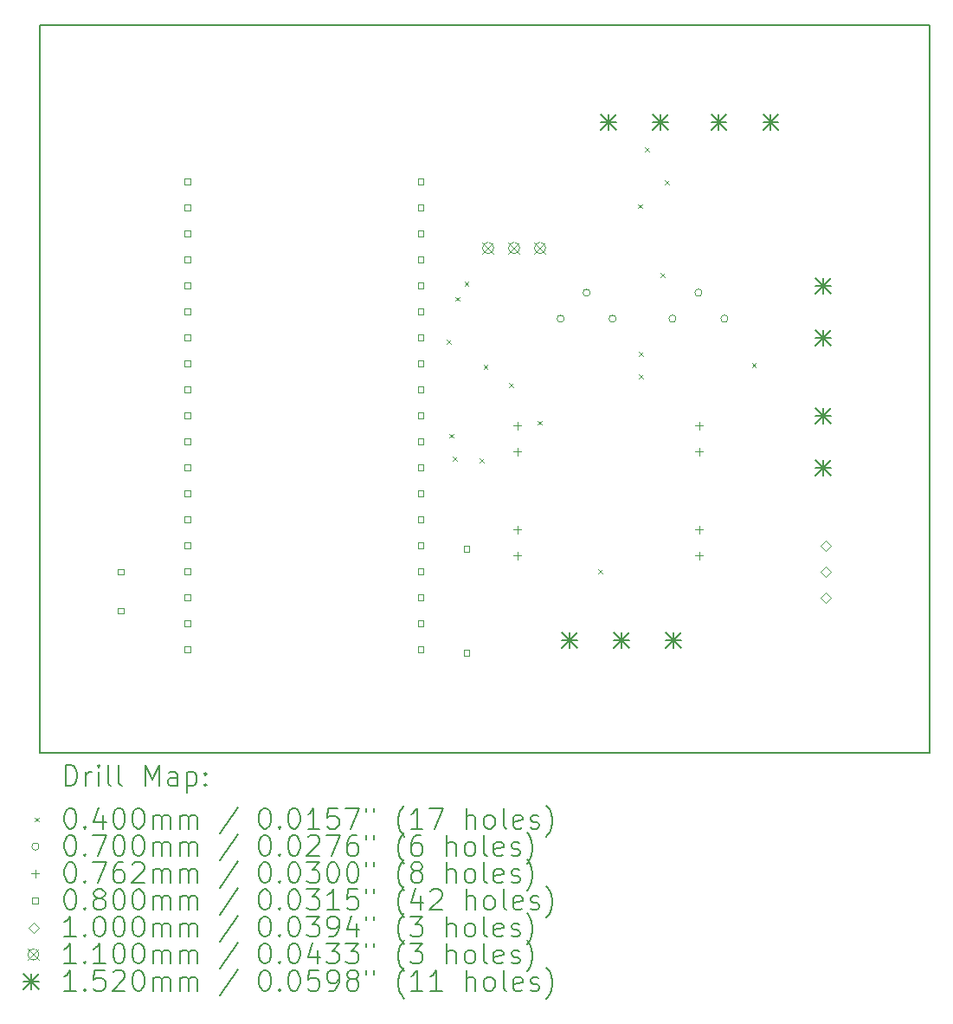
<source format=gbr>
%FSLAX45Y45*%
G04 Gerber Fmt 4.5, Leading zero omitted, Abs format (unit mm)*
G04 Created by KiCad (PCBNEW (6.0.5-0)) date 2022-09-06 15:59:47*
%MOMM*%
%LPD*%
G01*
G04 APERTURE LIST*
%TA.AperFunction,Profile*%
%ADD10C,0.200000*%
%TD*%
%ADD11C,0.200000*%
%ADD12C,0.040000*%
%ADD13C,0.070000*%
%ADD14C,0.076200*%
%ADD15C,0.080000*%
%ADD16C,0.100000*%
%ADD17C,0.110000*%
%ADD18C,0.152000*%
G04 APERTURE END LIST*
D10*
X5800000Y-4566920D02*
X14503400Y-4566920D01*
X14503400Y-4566920D02*
X14503400Y-11678920D01*
X14503400Y-11678920D02*
X5800000Y-11678920D01*
X5800000Y-11678920D02*
X5800000Y-4566920D01*
D11*
D12*
X9776780Y-7643180D02*
X9816780Y-7683180D01*
X9816780Y-7643180D02*
X9776780Y-7683180D01*
X9804720Y-8560120D02*
X9844720Y-8600120D01*
X9844720Y-8560120D02*
X9804720Y-8600120D01*
X9837740Y-8786180D02*
X9877740Y-8826180D01*
X9877740Y-8786180D02*
X9837740Y-8826180D01*
X9865680Y-7221540D02*
X9905680Y-7261540D01*
X9905680Y-7221540D02*
X9865680Y-7261540D01*
X9952040Y-7074220D02*
X9992040Y-7114220D01*
X9992040Y-7074220D02*
X9952040Y-7114220D01*
X10101900Y-8801420D02*
X10141900Y-8841420D01*
X10141900Y-8801420D02*
X10101900Y-8841420D01*
X10137460Y-7887020D02*
X10177460Y-7927020D01*
X10177460Y-7887020D02*
X10137460Y-7927020D01*
X10386380Y-8061030D02*
X10426380Y-8101030D01*
X10426380Y-8061030D02*
X10386380Y-8101030D01*
X10665780Y-8433120D02*
X10705780Y-8473120D01*
X10705780Y-8433120D02*
X10665780Y-8473120D01*
X11262680Y-9886000D02*
X11302680Y-9926000D01*
X11302680Y-9886000D02*
X11262680Y-9926000D01*
X11648760Y-6314760D02*
X11688760Y-6354760D01*
X11688760Y-6314760D02*
X11648760Y-6354760D01*
X11656380Y-7760020D02*
X11696380Y-7800020D01*
X11696380Y-7760020D02*
X11656380Y-7800020D01*
X11658920Y-7977170D02*
X11698920Y-8017170D01*
X11698920Y-7977170D02*
X11658920Y-8017170D01*
X11714800Y-5758500D02*
X11754800Y-5798500D01*
X11754800Y-5758500D02*
X11714800Y-5798500D01*
X11867200Y-6987860D02*
X11907200Y-7027860D01*
X11907200Y-6987860D02*
X11867200Y-7027860D01*
X11912920Y-6081080D02*
X11952920Y-6121080D01*
X11952920Y-6081080D02*
X11912920Y-6121080D01*
X12763820Y-7869240D02*
X12803820Y-7909240D01*
X12803820Y-7869240D02*
X12763820Y-7909240D01*
D13*
X10926520Y-7434580D02*
G75*
G03*
X10926520Y-7434580I-35000J0D01*
G01*
X11180520Y-7180580D02*
G75*
G03*
X11180520Y-7180580I-35000J0D01*
G01*
X11434520Y-7434580D02*
G75*
G03*
X11434520Y-7434580I-35000J0D01*
G01*
X12021260Y-7434580D02*
G75*
G03*
X12021260Y-7434580I-35000J0D01*
G01*
X12275260Y-7180580D02*
G75*
G03*
X12275260Y-7180580I-35000J0D01*
G01*
X12529260Y-7434580D02*
G75*
G03*
X12529260Y-7434580I-35000J0D01*
G01*
D14*
X10469880Y-8442960D02*
X10469880Y-8519160D01*
X10431780Y-8481060D02*
X10507980Y-8481060D01*
X10469880Y-8696960D02*
X10469880Y-8773160D01*
X10431780Y-8735060D02*
X10507980Y-8735060D01*
X10469880Y-9458960D02*
X10469880Y-9535160D01*
X10431780Y-9497060D02*
X10507980Y-9497060D01*
X10469880Y-9712960D02*
X10469880Y-9789160D01*
X10431780Y-9751060D02*
X10507980Y-9751060D01*
X12247880Y-8442960D02*
X12247880Y-8519160D01*
X12209780Y-8481060D02*
X12285980Y-8481060D01*
X12247880Y-8696960D02*
X12247880Y-8773160D01*
X12209780Y-8735060D02*
X12285980Y-8735060D01*
X12247880Y-9458960D02*
X12247880Y-9535160D01*
X12209780Y-9497060D02*
X12285980Y-9497060D01*
X12247880Y-9712960D02*
X12247880Y-9789160D01*
X12209780Y-9751060D02*
X12285980Y-9751060D01*
D15*
X6617044Y-9937750D02*
X6617044Y-9881181D01*
X6560475Y-9881181D01*
X6560475Y-9937750D01*
X6617044Y-9937750D01*
X6617044Y-10317750D02*
X6617044Y-10261181D01*
X6560475Y-10261181D01*
X6560475Y-10317750D01*
X6617044Y-10317750D01*
X7267824Y-6124556D02*
X7267824Y-6067987D01*
X7211255Y-6067987D01*
X7211255Y-6124556D01*
X7267824Y-6124556D01*
X7267824Y-6378556D02*
X7267824Y-6321987D01*
X7211255Y-6321987D01*
X7211255Y-6378556D01*
X7267824Y-6378556D01*
X7267824Y-6632556D02*
X7267824Y-6575987D01*
X7211255Y-6575987D01*
X7211255Y-6632556D01*
X7267824Y-6632556D01*
X7267824Y-6886556D02*
X7267824Y-6829987D01*
X7211255Y-6829987D01*
X7211255Y-6886556D01*
X7267824Y-6886556D01*
X7267824Y-7140556D02*
X7267824Y-7083987D01*
X7211255Y-7083987D01*
X7211255Y-7140556D01*
X7267824Y-7140556D01*
X7267824Y-7394556D02*
X7267824Y-7337987D01*
X7211255Y-7337987D01*
X7211255Y-7394556D01*
X7267824Y-7394556D01*
X7267824Y-7648556D02*
X7267824Y-7591987D01*
X7211255Y-7591987D01*
X7211255Y-7648556D01*
X7267824Y-7648556D01*
X7267824Y-7902556D02*
X7267824Y-7845987D01*
X7211255Y-7845987D01*
X7211255Y-7902556D01*
X7267824Y-7902556D01*
X7267824Y-8156556D02*
X7267824Y-8099987D01*
X7211255Y-8099987D01*
X7211255Y-8156556D01*
X7267824Y-8156556D01*
X7267824Y-8410557D02*
X7267824Y-8353987D01*
X7211255Y-8353987D01*
X7211255Y-8410557D01*
X7267824Y-8410557D01*
X7267824Y-8664557D02*
X7267824Y-8607988D01*
X7211255Y-8607988D01*
X7211255Y-8664557D01*
X7267824Y-8664557D01*
X7267824Y-8918557D02*
X7267824Y-8861988D01*
X7211255Y-8861988D01*
X7211255Y-8918557D01*
X7267824Y-8918557D01*
X7267824Y-9172557D02*
X7267824Y-9115988D01*
X7211255Y-9115988D01*
X7211255Y-9172557D01*
X7267824Y-9172557D01*
X7267824Y-9426557D02*
X7267824Y-9369988D01*
X7211255Y-9369988D01*
X7211255Y-9426557D01*
X7267824Y-9426557D01*
X7267824Y-9680557D02*
X7267824Y-9623988D01*
X7211255Y-9623988D01*
X7211255Y-9680557D01*
X7267824Y-9680557D01*
X7267824Y-9934557D02*
X7267824Y-9877988D01*
X7211255Y-9877988D01*
X7211255Y-9934557D01*
X7267824Y-9934557D01*
X7267824Y-10188557D02*
X7267824Y-10131988D01*
X7211255Y-10131988D01*
X7211255Y-10188557D01*
X7267824Y-10188557D01*
X7267824Y-10442557D02*
X7267824Y-10385988D01*
X7211255Y-10385988D01*
X7211255Y-10442557D01*
X7267824Y-10442557D01*
X7267824Y-10696557D02*
X7267824Y-10639988D01*
X7211255Y-10639988D01*
X7211255Y-10696557D01*
X7267824Y-10696557D01*
X9550917Y-10442285D02*
X9550917Y-10385716D01*
X9494348Y-10385716D01*
X9494348Y-10442285D01*
X9550917Y-10442285D01*
X9550917Y-10696285D02*
X9550917Y-10639716D01*
X9494348Y-10639716D01*
X9494348Y-10696285D01*
X9550917Y-10696285D01*
X9551285Y-6124556D02*
X9551285Y-6067987D01*
X9494716Y-6067987D01*
X9494716Y-6124556D01*
X9551285Y-6124556D01*
X9551285Y-6378556D02*
X9551285Y-6321987D01*
X9494716Y-6321987D01*
X9494716Y-6378556D01*
X9551285Y-6378556D01*
X9551285Y-6632556D02*
X9551285Y-6575987D01*
X9494716Y-6575987D01*
X9494716Y-6632556D01*
X9551285Y-6632556D01*
X9551285Y-6886556D02*
X9551285Y-6829987D01*
X9494716Y-6829987D01*
X9494716Y-6886556D01*
X9551285Y-6886556D01*
X9551285Y-7140556D02*
X9551285Y-7083987D01*
X9494716Y-7083987D01*
X9494716Y-7140556D01*
X9551285Y-7140556D01*
X9551285Y-7394556D02*
X9551285Y-7337987D01*
X9494716Y-7337987D01*
X9494716Y-7394556D01*
X9551285Y-7394556D01*
X9551285Y-7648556D02*
X9551285Y-7591987D01*
X9494716Y-7591987D01*
X9494716Y-7648556D01*
X9551285Y-7648556D01*
X9551285Y-7902556D02*
X9551285Y-7845987D01*
X9494716Y-7845987D01*
X9494716Y-7902556D01*
X9551285Y-7902556D01*
X9551285Y-8156556D02*
X9551285Y-8099987D01*
X9494716Y-8099987D01*
X9494716Y-8156556D01*
X9551285Y-8156556D01*
X9551285Y-8410557D02*
X9551285Y-8353987D01*
X9494716Y-8353987D01*
X9494716Y-8410557D01*
X9551285Y-8410557D01*
X9551285Y-8664557D02*
X9551285Y-8607988D01*
X9494716Y-8607988D01*
X9494716Y-8664557D01*
X9551285Y-8664557D01*
X9551285Y-8918557D02*
X9551285Y-8861988D01*
X9494716Y-8861988D01*
X9494716Y-8918557D01*
X9551285Y-8918557D01*
X9551285Y-9172557D02*
X9551285Y-9115988D01*
X9494716Y-9115988D01*
X9494716Y-9172557D01*
X9551285Y-9172557D01*
X9551285Y-9426557D02*
X9551285Y-9369988D01*
X9494716Y-9369988D01*
X9494716Y-9426557D01*
X9551285Y-9426557D01*
X9551285Y-9680557D02*
X9551285Y-9623988D01*
X9494716Y-9623988D01*
X9494716Y-9680557D01*
X9551285Y-9680557D01*
X9551285Y-9934557D02*
X9551285Y-9877988D01*
X9494716Y-9877988D01*
X9494716Y-9934557D01*
X9551285Y-9934557D01*
X9551285Y-10188557D02*
X9551285Y-10131988D01*
X9494716Y-10131988D01*
X9494716Y-10188557D01*
X9551285Y-10188557D01*
X10000325Y-9713305D02*
X10000325Y-9656736D01*
X9943756Y-9656736D01*
X9943756Y-9713305D01*
X10000325Y-9713305D01*
X10000325Y-10729305D02*
X10000325Y-10672736D01*
X9943756Y-10672736D01*
X9943756Y-10729305D01*
X10000325Y-10729305D01*
D16*
X13484860Y-9707080D02*
X13534860Y-9657080D01*
X13484860Y-9607080D01*
X13434860Y-9657080D01*
X13484860Y-9707080D01*
X13484860Y-9961080D02*
X13534860Y-9911080D01*
X13484860Y-9861080D01*
X13434860Y-9911080D01*
X13484860Y-9961080D01*
X13484860Y-10215080D02*
X13534860Y-10165080D01*
X13484860Y-10115080D01*
X13434860Y-10165080D01*
X13484860Y-10215080D01*
D17*
X10127860Y-6689220D02*
X10237860Y-6799220D01*
X10237860Y-6689220D02*
X10127860Y-6799220D01*
X10237860Y-6744220D02*
G75*
G03*
X10237860Y-6744220I-55000J0D01*
G01*
X10381860Y-6689220D02*
X10491860Y-6799220D01*
X10491860Y-6689220D02*
X10381860Y-6799220D01*
X10491860Y-6744220D02*
G75*
G03*
X10491860Y-6744220I-55000J0D01*
G01*
X10635860Y-6689220D02*
X10745860Y-6799220D01*
X10745860Y-6689220D02*
X10635860Y-6799220D01*
X10745860Y-6744220D02*
G75*
G03*
X10745860Y-6744220I-55000J0D01*
G01*
D18*
X10901880Y-10500560D02*
X11053880Y-10652560D01*
X11053880Y-10500560D02*
X10901880Y-10652560D01*
X10977880Y-10500560D02*
X10977880Y-10652560D01*
X10901880Y-10576560D02*
X11053880Y-10576560D01*
X11287960Y-5437070D02*
X11439960Y-5589070D01*
X11439960Y-5437070D02*
X11287960Y-5589070D01*
X11363960Y-5437070D02*
X11363960Y-5589070D01*
X11287960Y-5513070D02*
X11439960Y-5513070D01*
X11409880Y-10500560D02*
X11561880Y-10652560D01*
X11561880Y-10500560D02*
X11409880Y-10652560D01*
X11485880Y-10500560D02*
X11485880Y-10652560D01*
X11409880Y-10576560D02*
X11561880Y-10576560D01*
X11795960Y-5437070D02*
X11947960Y-5589070D01*
X11947960Y-5437070D02*
X11795960Y-5589070D01*
X11871960Y-5437070D02*
X11871960Y-5589070D01*
X11795960Y-5513070D02*
X11947960Y-5513070D01*
X11917880Y-10500560D02*
X12069880Y-10652560D01*
X12069880Y-10500560D02*
X11917880Y-10652560D01*
X11993880Y-10500560D02*
X11993880Y-10652560D01*
X11917880Y-10576560D02*
X12069880Y-10576560D01*
X12363650Y-5437070D02*
X12515650Y-5589070D01*
X12515650Y-5437070D02*
X12363650Y-5589070D01*
X12439650Y-5437070D02*
X12439650Y-5589070D01*
X12363650Y-5513070D02*
X12515650Y-5513070D01*
X12871650Y-5437070D02*
X13023650Y-5589070D01*
X13023650Y-5437070D02*
X12871650Y-5589070D01*
X12947650Y-5437070D02*
X12947650Y-5589070D01*
X12871650Y-5513070D02*
X13023650Y-5513070D01*
X13386000Y-7036000D02*
X13538000Y-7188000D01*
X13538000Y-7036000D02*
X13386000Y-7188000D01*
X13462000Y-7036000D02*
X13462000Y-7188000D01*
X13386000Y-7112000D02*
X13538000Y-7112000D01*
X13386000Y-7544000D02*
X13538000Y-7696000D01*
X13538000Y-7544000D02*
X13386000Y-7696000D01*
X13462000Y-7544000D02*
X13462000Y-7696000D01*
X13386000Y-7620000D02*
X13538000Y-7620000D01*
X13386000Y-8306000D02*
X13538000Y-8458000D01*
X13538000Y-8306000D02*
X13386000Y-8458000D01*
X13462000Y-8306000D02*
X13462000Y-8458000D01*
X13386000Y-8382000D02*
X13538000Y-8382000D01*
X13386000Y-8814000D02*
X13538000Y-8966000D01*
X13538000Y-8814000D02*
X13386000Y-8966000D01*
X13462000Y-8814000D02*
X13462000Y-8966000D01*
X13386000Y-8890000D02*
X13538000Y-8890000D01*
D11*
X6047619Y-11999396D02*
X6047619Y-11799396D01*
X6095238Y-11799396D01*
X6123809Y-11808920D01*
X6142857Y-11827968D01*
X6152381Y-11847015D01*
X6161905Y-11885110D01*
X6161905Y-11913682D01*
X6152381Y-11951777D01*
X6142857Y-11970825D01*
X6123809Y-11989872D01*
X6095238Y-11999396D01*
X6047619Y-11999396D01*
X6247619Y-11999396D02*
X6247619Y-11866063D01*
X6247619Y-11904158D02*
X6257143Y-11885110D01*
X6266667Y-11875587D01*
X6285714Y-11866063D01*
X6304762Y-11866063D01*
X6371428Y-11999396D02*
X6371428Y-11866063D01*
X6371428Y-11799396D02*
X6361905Y-11808920D01*
X6371428Y-11818444D01*
X6380952Y-11808920D01*
X6371428Y-11799396D01*
X6371428Y-11818444D01*
X6495238Y-11999396D02*
X6476190Y-11989872D01*
X6466667Y-11970825D01*
X6466667Y-11799396D01*
X6600000Y-11999396D02*
X6580952Y-11989872D01*
X6571428Y-11970825D01*
X6571428Y-11799396D01*
X6828571Y-11999396D02*
X6828571Y-11799396D01*
X6895238Y-11942253D01*
X6961905Y-11799396D01*
X6961905Y-11999396D01*
X7142857Y-11999396D02*
X7142857Y-11894634D01*
X7133333Y-11875587D01*
X7114286Y-11866063D01*
X7076190Y-11866063D01*
X7057143Y-11875587D01*
X7142857Y-11989872D02*
X7123809Y-11999396D01*
X7076190Y-11999396D01*
X7057143Y-11989872D01*
X7047619Y-11970825D01*
X7047619Y-11951777D01*
X7057143Y-11932729D01*
X7076190Y-11923206D01*
X7123809Y-11923206D01*
X7142857Y-11913682D01*
X7238095Y-11866063D02*
X7238095Y-12066063D01*
X7238095Y-11875587D02*
X7257143Y-11866063D01*
X7295238Y-11866063D01*
X7314286Y-11875587D01*
X7323809Y-11885110D01*
X7333333Y-11904158D01*
X7333333Y-11961301D01*
X7323809Y-11980348D01*
X7314286Y-11989872D01*
X7295238Y-11999396D01*
X7257143Y-11999396D01*
X7238095Y-11989872D01*
X7419048Y-11980348D02*
X7428571Y-11989872D01*
X7419048Y-11999396D01*
X7409524Y-11989872D01*
X7419048Y-11980348D01*
X7419048Y-11999396D01*
X7419048Y-11875587D02*
X7428571Y-11885110D01*
X7419048Y-11894634D01*
X7409524Y-11885110D01*
X7419048Y-11875587D01*
X7419048Y-11894634D01*
D12*
X5750000Y-12308920D02*
X5790000Y-12348920D01*
X5790000Y-12308920D02*
X5750000Y-12348920D01*
D11*
X6085714Y-12219396D02*
X6104762Y-12219396D01*
X6123809Y-12228920D01*
X6133333Y-12238444D01*
X6142857Y-12257491D01*
X6152381Y-12295587D01*
X6152381Y-12343206D01*
X6142857Y-12381301D01*
X6133333Y-12400348D01*
X6123809Y-12409872D01*
X6104762Y-12419396D01*
X6085714Y-12419396D01*
X6066667Y-12409872D01*
X6057143Y-12400348D01*
X6047619Y-12381301D01*
X6038095Y-12343206D01*
X6038095Y-12295587D01*
X6047619Y-12257491D01*
X6057143Y-12238444D01*
X6066667Y-12228920D01*
X6085714Y-12219396D01*
X6238095Y-12400348D02*
X6247619Y-12409872D01*
X6238095Y-12419396D01*
X6228571Y-12409872D01*
X6238095Y-12400348D01*
X6238095Y-12419396D01*
X6419048Y-12286063D02*
X6419048Y-12419396D01*
X6371428Y-12209872D02*
X6323809Y-12352729D01*
X6447619Y-12352729D01*
X6561905Y-12219396D02*
X6580952Y-12219396D01*
X6600000Y-12228920D01*
X6609524Y-12238444D01*
X6619048Y-12257491D01*
X6628571Y-12295587D01*
X6628571Y-12343206D01*
X6619048Y-12381301D01*
X6609524Y-12400348D01*
X6600000Y-12409872D01*
X6580952Y-12419396D01*
X6561905Y-12419396D01*
X6542857Y-12409872D01*
X6533333Y-12400348D01*
X6523809Y-12381301D01*
X6514286Y-12343206D01*
X6514286Y-12295587D01*
X6523809Y-12257491D01*
X6533333Y-12238444D01*
X6542857Y-12228920D01*
X6561905Y-12219396D01*
X6752381Y-12219396D02*
X6771428Y-12219396D01*
X6790476Y-12228920D01*
X6800000Y-12238444D01*
X6809524Y-12257491D01*
X6819048Y-12295587D01*
X6819048Y-12343206D01*
X6809524Y-12381301D01*
X6800000Y-12400348D01*
X6790476Y-12409872D01*
X6771428Y-12419396D01*
X6752381Y-12419396D01*
X6733333Y-12409872D01*
X6723809Y-12400348D01*
X6714286Y-12381301D01*
X6704762Y-12343206D01*
X6704762Y-12295587D01*
X6714286Y-12257491D01*
X6723809Y-12238444D01*
X6733333Y-12228920D01*
X6752381Y-12219396D01*
X6904762Y-12419396D02*
X6904762Y-12286063D01*
X6904762Y-12305110D02*
X6914286Y-12295587D01*
X6933333Y-12286063D01*
X6961905Y-12286063D01*
X6980952Y-12295587D01*
X6990476Y-12314634D01*
X6990476Y-12419396D01*
X6990476Y-12314634D02*
X7000000Y-12295587D01*
X7019048Y-12286063D01*
X7047619Y-12286063D01*
X7066667Y-12295587D01*
X7076190Y-12314634D01*
X7076190Y-12419396D01*
X7171428Y-12419396D02*
X7171428Y-12286063D01*
X7171428Y-12305110D02*
X7180952Y-12295587D01*
X7200000Y-12286063D01*
X7228571Y-12286063D01*
X7247619Y-12295587D01*
X7257143Y-12314634D01*
X7257143Y-12419396D01*
X7257143Y-12314634D02*
X7266667Y-12295587D01*
X7285714Y-12286063D01*
X7314286Y-12286063D01*
X7333333Y-12295587D01*
X7342857Y-12314634D01*
X7342857Y-12419396D01*
X7733333Y-12209872D02*
X7561905Y-12467015D01*
X7990476Y-12219396D02*
X8009524Y-12219396D01*
X8028571Y-12228920D01*
X8038095Y-12238444D01*
X8047619Y-12257491D01*
X8057143Y-12295587D01*
X8057143Y-12343206D01*
X8047619Y-12381301D01*
X8038095Y-12400348D01*
X8028571Y-12409872D01*
X8009524Y-12419396D01*
X7990476Y-12419396D01*
X7971428Y-12409872D01*
X7961905Y-12400348D01*
X7952381Y-12381301D01*
X7942857Y-12343206D01*
X7942857Y-12295587D01*
X7952381Y-12257491D01*
X7961905Y-12238444D01*
X7971428Y-12228920D01*
X7990476Y-12219396D01*
X8142857Y-12400348D02*
X8152381Y-12409872D01*
X8142857Y-12419396D01*
X8133333Y-12409872D01*
X8142857Y-12400348D01*
X8142857Y-12419396D01*
X8276190Y-12219396D02*
X8295238Y-12219396D01*
X8314286Y-12228920D01*
X8323809Y-12238444D01*
X8333333Y-12257491D01*
X8342857Y-12295587D01*
X8342857Y-12343206D01*
X8333333Y-12381301D01*
X8323809Y-12400348D01*
X8314286Y-12409872D01*
X8295238Y-12419396D01*
X8276190Y-12419396D01*
X8257143Y-12409872D01*
X8247619Y-12400348D01*
X8238095Y-12381301D01*
X8228571Y-12343206D01*
X8228571Y-12295587D01*
X8238095Y-12257491D01*
X8247619Y-12238444D01*
X8257143Y-12228920D01*
X8276190Y-12219396D01*
X8533333Y-12419396D02*
X8419048Y-12419396D01*
X8476190Y-12419396D02*
X8476190Y-12219396D01*
X8457143Y-12247968D01*
X8438095Y-12267015D01*
X8419048Y-12276539D01*
X8714286Y-12219396D02*
X8619048Y-12219396D01*
X8609524Y-12314634D01*
X8619048Y-12305110D01*
X8638095Y-12295587D01*
X8685714Y-12295587D01*
X8704762Y-12305110D01*
X8714286Y-12314634D01*
X8723810Y-12333682D01*
X8723810Y-12381301D01*
X8714286Y-12400348D01*
X8704762Y-12409872D01*
X8685714Y-12419396D01*
X8638095Y-12419396D01*
X8619048Y-12409872D01*
X8609524Y-12400348D01*
X8790476Y-12219396D02*
X8923810Y-12219396D01*
X8838095Y-12419396D01*
X8990476Y-12219396D02*
X8990476Y-12257491D01*
X9066667Y-12219396D02*
X9066667Y-12257491D01*
X9361905Y-12495587D02*
X9352381Y-12486063D01*
X9333333Y-12457491D01*
X9323810Y-12438444D01*
X9314286Y-12409872D01*
X9304762Y-12362253D01*
X9304762Y-12324158D01*
X9314286Y-12276539D01*
X9323810Y-12247968D01*
X9333333Y-12228920D01*
X9352381Y-12200348D01*
X9361905Y-12190825D01*
X9542857Y-12419396D02*
X9428571Y-12419396D01*
X9485714Y-12419396D02*
X9485714Y-12219396D01*
X9466667Y-12247968D01*
X9447619Y-12267015D01*
X9428571Y-12276539D01*
X9609524Y-12219396D02*
X9742857Y-12219396D01*
X9657143Y-12419396D01*
X9971429Y-12419396D02*
X9971429Y-12219396D01*
X10057143Y-12419396D02*
X10057143Y-12314634D01*
X10047619Y-12295587D01*
X10028571Y-12286063D01*
X10000000Y-12286063D01*
X9980952Y-12295587D01*
X9971429Y-12305110D01*
X10180952Y-12419396D02*
X10161905Y-12409872D01*
X10152381Y-12400348D01*
X10142857Y-12381301D01*
X10142857Y-12324158D01*
X10152381Y-12305110D01*
X10161905Y-12295587D01*
X10180952Y-12286063D01*
X10209524Y-12286063D01*
X10228571Y-12295587D01*
X10238095Y-12305110D01*
X10247619Y-12324158D01*
X10247619Y-12381301D01*
X10238095Y-12400348D01*
X10228571Y-12409872D01*
X10209524Y-12419396D01*
X10180952Y-12419396D01*
X10361905Y-12419396D02*
X10342857Y-12409872D01*
X10333333Y-12390825D01*
X10333333Y-12219396D01*
X10514286Y-12409872D02*
X10495238Y-12419396D01*
X10457143Y-12419396D01*
X10438095Y-12409872D01*
X10428571Y-12390825D01*
X10428571Y-12314634D01*
X10438095Y-12295587D01*
X10457143Y-12286063D01*
X10495238Y-12286063D01*
X10514286Y-12295587D01*
X10523810Y-12314634D01*
X10523810Y-12333682D01*
X10428571Y-12352729D01*
X10600000Y-12409872D02*
X10619048Y-12419396D01*
X10657143Y-12419396D01*
X10676190Y-12409872D01*
X10685714Y-12390825D01*
X10685714Y-12381301D01*
X10676190Y-12362253D01*
X10657143Y-12352729D01*
X10628571Y-12352729D01*
X10609524Y-12343206D01*
X10600000Y-12324158D01*
X10600000Y-12314634D01*
X10609524Y-12295587D01*
X10628571Y-12286063D01*
X10657143Y-12286063D01*
X10676190Y-12295587D01*
X10752381Y-12495587D02*
X10761905Y-12486063D01*
X10780952Y-12457491D01*
X10790476Y-12438444D01*
X10800000Y-12409872D01*
X10809524Y-12362253D01*
X10809524Y-12324158D01*
X10800000Y-12276539D01*
X10790476Y-12247968D01*
X10780952Y-12228920D01*
X10761905Y-12200348D01*
X10752381Y-12190825D01*
D13*
X5790000Y-12592920D02*
G75*
G03*
X5790000Y-12592920I-35000J0D01*
G01*
D11*
X6085714Y-12483396D02*
X6104762Y-12483396D01*
X6123809Y-12492920D01*
X6133333Y-12502444D01*
X6142857Y-12521491D01*
X6152381Y-12559587D01*
X6152381Y-12607206D01*
X6142857Y-12645301D01*
X6133333Y-12664348D01*
X6123809Y-12673872D01*
X6104762Y-12683396D01*
X6085714Y-12683396D01*
X6066667Y-12673872D01*
X6057143Y-12664348D01*
X6047619Y-12645301D01*
X6038095Y-12607206D01*
X6038095Y-12559587D01*
X6047619Y-12521491D01*
X6057143Y-12502444D01*
X6066667Y-12492920D01*
X6085714Y-12483396D01*
X6238095Y-12664348D02*
X6247619Y-12673872D01*
X6238095Y-12683396D01*
X6228571Y-12673872D01*
X6238095Y-12664348D01*
X6238095Y-12683396D01*
X6314286Y-12483396D02*
X6447619Y-12483396D01*
X6361905Y-12683396D01*
X6561905Y-12483396D02*
X6580952Y-12483396D01*
X6600000Y-12492920D01*
X6609524Y-12502444D01*
X6619048Y-12521491D01*
X6628571Y-12559587D01*
X6628571Y-12607206D01*
X6619048Y-12645301D01*
X6609524Y-12664348D01*
X6600000Y-12673872D01*
X6580952Y-12683396D01*
X6561905Y-12683396D01*
X6542857Y-12673872D01*
X6533333Y-12664348D01*
X6523809Y-12645301D01*
X6514286Y-12607206D01*
X6514286Y-12559587D01*
X6523809Y-12521491D01*
X6533333Y-12502444D01*
X6542857Y-12492920D01*
X6561905Y-12483396D01*
X6752381Y-12483396D02*
X6771428Y-12483396D01*
X6790476Y-12492920D01*
X6800000Y-12502444D01*
X6809524Y-12521491D01*
X6819048Y-12559587D01*
X6819048Y-12607206D01*
X6809524Y-12645301D01*
X6800000Y-12664348D01*
X6790476Y-12673872D01*
X6771428Y-12683396D01*
X6752381Y-12683396D01*
X6733333Y-12673872D01*
X6723809Y-12664348D01*
X6714286Y-12645301D01*
X6704762Y-12607206D01*
X6704762Y-12559587D01*
X6714286Y-12521491D01*
X6723809Y-12502444D01*
X6733333Y-12492920D01*
X6752381Y-12483396D01*
X6904762Y-12683396D02*
X6904762Y-12550063D01*
X6904762Y-12569110D02*
X6914286Y-12559587D01*
X6933333Y-12550063D01*
X6961905Y-12550063D01*
X6980952Y-12559587D01*
X6990476Y-12578634D01*
X6990476Y-12683396D01*
X6990476Y-12578634D02*
X7000000Y-12559587D01*
X7019048Y-12550063D01*
X7047619Y-12550063D01*
X7066667Y-12559587D01*
X7076190Y-12578634D01*
X7076190Y-12683396D01*
X7171428Y-12683396D02*
X7171428Y-12550063D01*
X7171428Y-12569110D02*
X7180952Y-12559587D01*
X7200000Y-12550063D01*
X7228571Y-12550063D01*
X7247619Y-12559587D01*
X7257143Y-12578634D01*
X7257143Y-12683396D01*
X7257143Y-12578634D02*
X7266667Y-12559587D01*
X7285714Y-12550063D01*
X7314286Y-12550063D01*
X7333333Y-12559587D01*
X7342857Y-12578634D01*
X7342857Y-12683396D01*
X7733333Y-12473872D02*
X7561905Y-12731015D01*
X7990476Y-12483396D02*
X8009524Y-12483396D01*
X8028571Y-12492920D01*
X8038095Y-12502444D01*
X8047619Y-12521491D01*
X8057143Y-12559587D01*
X8057143Y-12607206D01*
X8047619Y-12645301D01*
X8038095Y-12664348D01*
X8028571Y-12673872D01*
X8009524Y-12683396D01*
X7990476Y-12683396D01*
X7971428Y-12673872D01*
X7961905Y-12664348D01*
X7952381Y-12645301D01*
X7942857Y-12607206D01*
X7942857Y-12559587D01*
X7952381Y-12521491D01*
X7961905Y-12502444D01*
X7971428Y-12492920D01*
X7990476Y-12483396D01*
X8142857Y-12664348D02*
X8152381Y-12673872D01*
X8142857Y-12683396D01*
X8133333Y-12673872D01*
X8142857Y-12664348D01*
X8142857Y-12683396D01*
X8276190Y-12483396D02*
X8295238Y-12483396D01*
X8314286Y-12492920D01*
X8323809Y-12502444D01*
X8333333Y-12521491D01*
X8342857Y-12559587D01*
X8342857Y-12607206D01*
X8333333Y-12645301D01*
X8323809Y-12664348D01*
X8314286Y-12673872D01*
X8295238Y-12683396D01*
X8276190Y-12683396D01*
X8257143Y-12673872D01*
X8247619Y-12664348D01*
X8238095Y-12645301D01*
X8228571Y-12607206D01*
X8228571Y-12559587D01*
X8238095Y-12521491D01*
X8247619Y-12502444D01*
X8257143Y-12492920D01*
X8276190Y-12483396D01*
X8419048Y-12502444D02*
X8428571Y-12492920D01*
X8447619Y-12483396D01*
X8495238Y-12483396D01*
X8514286Y-12492920D01*
X8523810Y-12502444D01*
X8533333Y-12521491D01*
X8533333Y-12540539D01*
X8523810Y-12569110D01*
X8409524Y-12683396D01*
X8533333Y-12683396D01*
X8600000Y-12483396D02*
X8733333Y-12483396D01*
X8647619Y-12683396D01*
X8895238Y-12483396D02*
X8857143Y-12483396D01*
X8838095Y-12492920D01*
X8828571Y-12502444D01*
X8809524Y-12531015D01*
X8800000Y-12569110D01*
X8800000Y-12645301D01*
X8809524Y-12664348D01*
X8819048Y-12673872D01*
X8838095Y-12683396D01*
X8876190Y-12683396D01*
X8895238Y-12673872D01*
X8904762Y-12664348D01*
X8914286Y-12645301D01*
X8914286Y-12597682D01*
X8904762Y-12578634D01*
X8895238Y-12569110D01*
X8876190Y-12559587D01*
X8838095Y-12559587D01*
X8819048Y-12569110D01*
X8809524Y-12578634D01*
X8800000Y-12597682D01*
X8990476Y-12483396D02*
X8990476Y-12521491D01*
X9066667Y-12483396D02*
X9066667Y-12521491D01*
X9361905Y-12759587D02*
X9352381Y-12750063D01*
X9333333Y-12721491D01*
X9323810Y-12702444D01*
X9314286Y-12673872D01*
X9304762Y-12626253D01*
X9304762Y-12588158D01*
X9314286Y-12540539D01*
X9323810Y-12511968D01*
X9333333Y-12492920D01*
X9352381Y-12464348D01*
X9361905Y-12454825D01*
X9523810Y-12483396D02*
X9485714Y-12483396D01*
X9466667Y-12492920D01*
X9457143Y-12502444D01*
X9438095Y-12531015D01*
X9428571Y-12569110D01*
X9428571Y-12645301D01*
X9438095Y-12664348D01*
X9447619Y-12673872D01*
X9466667Y-12683396D01*
X9504762Y-12683396D01*
X9523810Y-12673872D01*
X9533333Y-12664348D01*
X9542857Y-12645301D01*
X9542857Y-12597682D01*
X9533333Y-12578634D01*
X9523810Y-12569110D01*
X9504762Y-12559587D01*
X9466667Y-12559587D01*
X9447619Y-12569110D01*
X9438095Y-12578634D01*
X9428571Y-12597682D01*
X9780952Y-12683396D02*
X9780952Y-12483396D01*
X9866667Y-12683396D02*
X9866667Y-12578634D01*
X9857143Y-12559587D01*
X9838095Y-12550063D01*
X9809524Y-12550063D01*
X9790476Y-12559587D01*
X9780952Y-12569110D01*
X9990476Y-12683396D02*
X9971429Y-12673872D01*
X9961905Y-12664348D01*
X9952381Y-12645301D01*
X9952381Y-12588158D01*
X9961905Y-12569110D01*
X9971429Y-12559587D01*
X9990476Y-12550063D01*
X10019048Y-12550063D01*
X10038095Y-12559587D01*
X10047619Y-12569110D01*
X10057143Y-12588158D01*
X10057143Y-12645301D01*
X10047619Y-12664348D01*
X10038095Y-12673872D01*
X10019048Y-12683396D01*
X9990476Y-12683396D01*
X10171429Y-12683396D02*
X10152381Y-12673872D01*
X10142857Y-12654825D01*
X10142857Y-12483396D01*
X10323810Y-12673872D02*
X10304762Y-12683396D01*
X10266667Y-12683396D01*
X10247619Y-12673872D01*
X10238095Y-12654825D01*
X10238095Y-12578634D01*
X10247619Y-12559587D01*
X10266667Y-12550063D01*
X10304762Y-12550063D01*
X10323810Y-12559587D01*
X10333333Y-12578634D01*
X10333333Y-12597682D01*
X10238095Y-12616729D01*
X10409524Y-12673872D02*
X10428571Y-12683396D01*
X10466667Y-12683396D01*
X10485714Y-12673872D01*
X10495238Y-12654825D01*
X10495238Y-12645301D01*
X10485714Y-12626253D01*
X10466667Y-12616729D01*
X10438095Y-12616729D01*
X10419048Y-12607206D01*
X10409524Y-12588158D01*
X10409524Y-12578634D01*
X10419048Y-12559587D01*
X10438095Y-12550063D01*
X10466667Y-12550063D01*
X10485714Y-12559587D01*
X10561905Y-12759587D02*
X10571429Y-12750063D01*
X10590476Y-12721491D01*
X10600000Y-12702444D01*
X10609524Y-12673872D01*
X10619048Y-12626253D01*
X10619048Y-12588158D01*
X10609524Y-12540539D01*
X10600000Y-12511968D01*
X10590476Y-12492920D01*
X10571429Y-12464348D01*
X10561905Y-12454825D01*
D14*
X5751900Y-12818820D02*
X5751900Y-12895020D01*
X5713800Y-12856920D02*
X5790000Y-12856920D01*
D11*
X6085714Y-12747396D02*
X6104762Y-12747396D01*
X6123809Y-12756920D01*
X6133333Y-12766444D01*
X6142857Y-12785491D01*
X6152381Y-12823587D01*
X6152381Y-12871206D01*
X6142857Y-12909301D01*
X6133333Y-12928348D01*
X6123809Y-12937872D01*
X6104762Y-12947396D01*
X6085714Y-12947396D01*
X6066667Y-12937872D01*
X6057143Y-12928348D01*
X6047619Y-12909301D01*
X6038095Y-12871206D01*
X6038095Y-12823587D01*
X6047619Y-12785491D01*
X6057143Y-12766444D01*
X6066667Y-12756920D01*
X6085714Y-12747396D01*
X6238095Y-12928348D02*
X6247619Y-12937872D01*
X6238095Y-12947396D01*
X6228571Y-12937872D01*
X6238095Y-12928348D01*
X6238095Y-12947396D01*
X6314286Y-12747396D02*
X6447619Y-12747396D01*
X6361905Y-12947396D01*
X6609524Y-12747396D02*
X6571428Y-12747396D01*
X6552381Y-12756920D01*
X6542857Y-12766444D01*
X6523809Y-12795015D01*
X6514286Y-12833110D01*
X6514286Y-12909301D01*
X6523809Y-12928348D01*
X6533333Y-12937872D01*
X6552381Y-12947396D01*
X6590476Y-12947396D01*
X6609524Y-12937872D01*
X6619048Y-12928348D01*
X6628571Y-12909301D01*
X6628571Y-12861682D01*
X6619048Y-12842634D01*
X6609524Y-12833110D01*
X6590476Y-12823587D01*
X6552381Y-12823587D01*
X6533333Y-12833110D01*
X6523809Y-12842634D01*
X6514286Y-12861682D01*
X6704762Y-12766444D02*
X6714286Y-12756920D01*
X6733333Y-12747396D01*
X6780952Y-12747396D01*
X6800000Y-12756920D01*
X6809524Y-12766444D01*
X6819048Y-12785491D01*
X6819048Y-12804539D01*
X6809524Y-12833110D01*
X6695238Y-12947396D01*
X6819048Y-12947396D01*
X6904762Y-12947396D02*
X6904762Y-12814063D01*
X6904762Y-12833110D02*
X6914286Y-12823587D01*
X6933333Y-12814063D01*
X6961905Y-12814063D01*
X6980952Y-12823587D01*
X6990476Y-12842634D01*
X6990476Y-12947396D01*
X6990476Y-12842634D02*
X7000000Y-12823587D01*
X7019048Y-12814063D01*
X7047619Y-12814063D01*
X7066667Y-12823587D01*
X7076190Y-12842634D01*
X7076190Y-12947396D01*
X7171428Y-12947396D02*
X7171428Y-12814063D01*
X7171428Y-12833110D02*
X7180952Y-12823587D01*
X7200000Y-12814063D01*
X7228571Y-12814063D01*
X7247619Y-12823587D01*
X7257143Y-12842634D01*
X7257143Y-12947396D01*
X7257143Y-12842634D02*
X7266667Y-12823587D01*
X7285714Y-12814063D01*
X7314286Y-12814063D01*
X7333333Y-12823587D01*
X7342857Y-12842634D01*
X7342857Y-12947396D01*
X7733333Y-12737872D02*
X7561905Y-12995015D01*
X7990476Y-12747396D02*
X8009524Y-12747396D01*
X8028571Y-12756920D01*
X8038095Y-12766444D01*
X8047619Y-12785491D01*
X8057143Y-12823587D01*
X8057143Y-12871206D01*
X8047619Y-12909301D01*
X8038095Y-12928348D01*
X8028571Y-12937872D01*
X8009524Y-12947396D01*
X7990476Y-12947396D01*
X7971428Y-12937872D01*
X7961905Y-12928348D01*
X7952381Y-12909301D01*
X7942857Y-12871206D01*
X7942857Y-12823587D01*
X7952381Y-12785491D01*
X7961905Y-12766444D01*
X7971428Y-12756920D01*
X7990476Y-12747396D01*
X8142857Y-12928348D02*
X8152381Y-12937872D01*
X8142857Y-12947396D01*
X8133333Y-12937872D01*
X8142857Y-12928348D01*
X8142857Y-12947396D01*
X8276190Y-12747396D02*
X8295238Y-12747396D01*
X8314286Y-12756920D01*
X8323809Y-12766444D01*
X8333333Y-12785491D01*
X8342857Y-12823587D01*
X8342857Y-12871206D01*
X8333333Y-12909301D01*
X8323809Y-12928348D01*
X8314286Y-12937872D01*
X8295238Y-12947396D01*
X8276190Y-12947396D01*
X8257143Y-12937872D01*
X8247619Y-12928348D01*
X8238095Y-12909301D01*
X8228571Y-12871206D01*
X8228571Y-12823587D01*
X8238095Y-12785491D01*
X8247619Y-12766444D01*
X8257143Y-12756920D01*
X8276190Y-12747396D01*
X8409524Y-12747396D02*
X8533333Y-12747396D01*
X8466667Y-12823587D01*
X8495238Y-12823587D01*
X8514286Y-12833110D01*
X8523810Y-12842634D01*
X8533333Y-12861682D01*
X8533333Y-12909301D01*
X8523810Y-12928348D01*
X8514286Y-12937872D01*
X8495238Y-12947396D01*
X8438095Y-12947396D01*
X8419048Y-12937872D01*
X8409524Y-12928348D01*
X8657143Y-12747396D02*
X8676190Y-12747396D01*
X8695238Y-12756920D01*
X8704762Y-12766444D01*
X8714286Y-12785491D01*
X8723810Y-12823587D01*
X8723810Y-12871206D01*
X8714286Y-12909301D01*
X8704762Y-12928348D01*
X8695238Y-12937872D01*
X8676190Y-12947396D01*
X8657143Y-12947396D01*
X8638095Y-12937872D01*
X8628571Y-12928348D01*
X8619048Y-12909301D01*
X8609524Y-12871206D01*
X8609524Y-12823587D01*
X8619048Y-12785491D01*
X8628571Y-12766444D01*
X8638095Y-12756920D01*
X8657143Y-12747396D01*
X8847619Y-12747396D02*
X8866667Y-12747396D01*
X8885714Y-12756920D01*
X8895238Y-12766444D01*
X8904762Y-12785491D01*
X8914286Y-12823587D01*
X8914286Y-12871206D01*
X8904762Y-12909301D01*
X8895238Y-12928348D01*
X8885714Y-12937872D01*
X8866667Y-12947396D01*
X8847619Y-12947396D01*
X8828571Y-12937872D01*
X8819048Y-12928348D01*
X8809524Y-12909301D01*
X8800000Y-12871206D01*
X8800000Y-12823587D01*
X8809524Y-12785491D01*
X8819048Y-12766444D01*
X8828571Y-12756920D01*
X8847619Y-12747396D01*
X8990476Y-12747396D02*
X8990476Y-12785491D01*
X9066667Y-12747396D02*
X9066667Y-12785491D01*
X9361905Y-13023587D02*
X9352381Y-13014063D01*
X9333333Y-12985491D01*
X9323810Y-12966444D01*
X9314286Y-12937872D01*
X9304762Y-12890253D01*
X9304762Y-12852158D01*
X9314286Y-12804539D01*
X9323810Y-12775968D01*
X9333333Y-12756920D01*
X9352381Y-12728348D01*
X9361905Y-12718825D01*
X9466667Y-12833110D02*
X9447619Y-12823587D01*
X9438095Y-12814063D01*
X9428571Y-12795015D01*
X9428571Y-12785491D01*
X9438095Y-12766444D01*
X9447619Y-12756920D01*
X9466667Y-12747396D01*
X9504762Y-12747396D01*
X9523810Y-12756920D01*
X9533333Y-12766444D01*
X9542857Y-12785491D01*
X9542857Y-12795015D01*
X9533333Y-12814063D01*
X9523810Y-12823587D01*
X9504762Y-12833110D01*
X9466667Y-12833110D01*
X9447619Y-12842634D01*
X9438095Y-12852158D01*
X9428571Y-12871206D01*
X9428571Y-12909301D01*
X9438095Y-12928348D01*
X9447619Y-12937872D01*
X9466667Y-12947396D01*
X9504762Y-12947396D01*
X9523810Y-12937872D01*
X9533333Y-12928348D01*
X9542857Y-12909301D01*
X9542857Y-12871206D01*
X9533333Y-12852158D01*
X9523810Y-12842634D01*
X9504762Y-12833110D01*
X9780952Y-12947396D02*
X9780952Y-12747396D01*
X9866667Y-12947396D02*
X9866667Y-12842634D01*
X9857143Y-12823587D01*
X9838095Y-12814063D01*
X9809524Y-12814063D01*
X9790476Y-12823587D01*
X9780952Y-12833110D01*
X9990476Y-12947396D02*
X9971429Y-12937872D01*
X9961905Y-12928348D01*
X9952381Y-12909301D01*
X9952381Y-12852158D01*
X9961905Y-12833110D01*
X9971429Y-12823587D01*
X9990476Y-12814063D01*
X10019048Y-12814063D01*
X10038095Y-12823587D01*
X10047619Y-12833110D01*
X10057143Y-12852158D01*
X10057143Y-12909301D01*
X10047619Y-12928348D01*
X10038095Y-12937872D01*
X10019048Y-12947396D01*
X9990476Y-12947396D01*
X10171429Y-12947396D02*
X10152381Y-12937872D01*
X10142857Y-12918825D01*
X10142857Y-12747396D01*
X10323810Y-12937872D02*
X10304762Y-12947396D01*
X10266667Y-12947396D01*
X10247619Y-12937872D01*
X10238095Y-12918825D01*
X10238095Y-12842634D01*
X10247619Y-12823587D01*
X10266667Y-12814063D01*
X10304762Y-12814063D01*
X10323810Y-12823587D01*
X10333333Y-12842634D01*
X10333333Y-12861682D01*
X10238095Y-12880729D01*
X10409524Y-12937872D02*
X10428571Y-12947396D01*
X10466667Y-12947396D01*
X10485714Y-12937872D01*
X10495238Y-12918825D01*
X10495238Y-12909301D01*
X10485714Y-12890253D01*
X10466667Y-12880729D01*
X10438095Y-12880729D01*
X10419048Y-12871206D01*
X10409524Y-12852158D01*
X10409524Y-12842634D01*
X10419048Y-12823587D01*
X10438095Y-12814063D01*
X10466667Y-12814063D01*
X10485714Y-12823587D01*
X10561905Y-13023587D02*
X10571429Y-13014063D01*
X10590476Y-12985491D01*
X10600000Y-12966444D01*
X10609524Y-12937872D01*
X10619048Y-12890253D01*
X10619048Y-12852158D01*
X10609524Y-12804539D01*
X10600000Y-12775968D01*
X10590476Y-12756920D01*
X10571429Y-12728348D01*
X10561905Y-12718825D01*
D15*
X5778284Y-13149204D02*
X5778284Y-13092635D01*
X5721715Y-13092635D01*
X5721715Y-13149204D01*
X5778284Y-13149204D01*
D11*
X6085714Y-13011396D02*
X6104762Y-13011396D01*
X6123809Y-13020920D01*
X6133333Y-13030444D01*
X6142857Y-13049491D01*
X6152381Y-13087587D01*
X6152381Y-13135206D01*
X6142857Y-13173301D01*
X6133333Y-13192348D01*
X6123809Y-13201872D01*
X6104762Y-13211396D01*
X6085714Y-13211396D01*
X6066667Y-13201872D01*
X6057143Y-13192348D01*
X6047619Y-13173301D01*
X6038095Y-13135206D01*
X6038095Y-13087587D01*
X6047619Y-13049491D01*
X6057143Y-13030444D01*
X6066667Y-13020920D01*
X6085714Y-13011396D01*
X6238095Y-13192348D02*
X6247619Y-13201872D01*
X6238095Y-13211396D01*
X6228571Y-13201872D01*
X6238095Y-13192348D01*
X6238095Y-13211396D01*
X6361905Y-13097110D02*
X6342857Y-13087587D01*
X6333333Y-13078063D01*
X6323809Y-13059015D01*
X6323809Y-13049491D01*
X6333333Y-13030444D01*
X6342857Y-13020920D01*
X6361905Y-13011396D01*
X6400000Y-13011396D01*
X6419048Y-13020920D01*
X6428571Y-13030444D01*
X6438095Y-13049491D01*
X6438095Y-13059015D01*
X6428571Y-13078063D01*
X6419048Y-13087587D01*
X6400000Y-13097110D01*
X6361905Y-13097110D01*
X6342857Y-13106634D01*
X6333333Y-13116158D01*
X6323809Y-13135206D01*
X6323809Y-13173301D01*
X6333333Y-13192348D01*
X6342857Y-13201872D01*
X6361905Y-13211396D01*
X6400000Y-13211396D01*
X6419048Y-13201872D01*
X6428571Y-13192348D01*
X6438095Y-13173301D01*
X6438095Y-13135206D01*
X6428571Y-13116158D01*
X6419048Y-13106634D01*
X6400000Y-13097110D01*
X6561905Y-13011396D02*
X6580952Y-13011396D01*
X6600000Y-13020920D01*
X6609524Y-13030444D01*
X6619048Y-13049491D01*
X6628571Y-13087587D01*
X6628571Y-13135206D01*
X6619048Y-13173301D01*
X6609524Y-13192348D01*
X6600000Y-13201872D01*
X6580952Y-13211396D01*
X6561905Y-13211396D01*
X6542857Y-13201872D01*
X6533333Y-13192348D01*
X6523809Y-13173301D01*
X6514286Y-13135206D01*
X6514286Y-13087587D01*
X6523809Y-13049491D01*
X6533333Y-13030444D01*
X6542857Y-13020920D01*
X6561905Y-13011396D01*
X6752381Y-13011396D02*
X6771428Y-13011396D01*
X6790476Y-13020920D01*
X6800000Y-13030444D01*
X6809524Y-13049491D01*
X6819048Y-13087587D01*
X6819048Y-13135206D01*
X6809524Y-13173301D01*
X6800000Y-13192348D01*
X6790476Y-13201872D01*
X6771428Y-13211396D01*
X6752381Y-13211396D01*
X6733333Y-13201872D01*
X6723809Y-13192348D01*
X6714286Y-13173301D01*
X6704762Y-13135206D01*
X6704762Y-13087587D01*
X6714286Y-13049491D01*
X6723809Y-13030444D01*
X6733333Y-13020920D01*
X6752381Y-13011396D01*
X6904762Y-13211396D02*
X6904762Y-13078063D01*
X6904762Y-13097110D02*
X6914286Y-13087587D01*
X6933333Y-13078063D01*
X6961905Y-13078063D01*
X6980952Y-13087587D01*
X6990476Y-13106634D01*
X6990476Y-13211396D01*
X6990476Y-13106634D02*
X7000000Y-13087587D01*
X7019048Y-13078063D01*
X7047619Y-13078063D01*
X7066667Y-13087587D01*
X7076190Y-13106634D01*
X7076190Y-13211396D01*
X7171428Y-13211396D02*
X7171428Y-13078063D01*
X7171428Y-13097110D02*
X7180952Y-13087587D01*
X7200000Y-13078063D01*
X7228571Y-13078063D01*
X7247619Y-13087587D01*
X7257143Y-13106634D01*
X7257143Y-13211396D01*
X7257143Y-13106634D02*
X7266667Y-13087587D01*
X7285714Y-13078063D01*
X7314286Y-13078063D01*
X7333333Y-13087587D01*
X7342857Y-13106634D01*
X7342857Y-13211396D01*
X7733333Y-13001872D02*
X7561905Y-13259015D01*
X7990476Y-13011396D02*
X8009524Y-13011396D01*
X8028571Y-13020920D01*
X8038095Y-13030444D01*
X8047619Y-13049491D01*
X8057143Y-13087587D01*
X8057143Y-13135206D01*
X8047619Y-13173301D01*
X8038095Y-13192348D01*
X8028571Y-13201872D01*
X8009524Y-13211396D01*
X7990476Y-13211396D01*
X7971428Y-13201872D01*
X7961905Y-13192348D01*
X7952381Y-13173301D01*
X7942857Y-13135206D01*
X7942857Y-13087587D01*
X7952381Y-13049491D01*
X7961905Y-13030444D01*
X7971428Y-13020920D01*
X7990476Y-13011396D01*
X8142857Y-13192348D02*
X8152381Y-13201872D01*
X8142857Y-13211396D01*
X8133333Y-13201872D01*
X8142857Y-13192348D01*
X8142857Y-13211396D01*
X8276190Y-13011396D02*
X8295238Y-13011396D01*
X8314286Y-13020920D01*
X8323809Y-13030444D01*
X8333333Y-13049491D01*
X8342857Y-13087587D01*
X8342857Y-13135206D01*
X8333333Y-13173301D01*
X8323809Y-13192348D01*
X8314286Y-13201872D01*
X8295238Y-13211396D01*
X8276190Y-13211396D01*
X8257143Y-13201872D01*
X8247619Y-13192348D01*
X8238095Y-13173301D01*
X8228571Y-13135206D01*
X8228571Y-13087587D01*
X8238095Y-13049491D01*
X8247619Y-13030444D01*
X8257143Y-13020920D01*
X8276190Y-13011396D01*
X8409524Y-13011396D02*
X8533333Y-13011396D01*
X8466667Y-13087587D01*
X8495238Y-13087587D01*
X8514286Y-13097110D01*
X8523810Y-13106634D01*
X8533333Y-13125682D01*
X8533333Y-13173301D01*
X8523810Y-13192348D01*
X8514286Y-13201872D01*
X8495238Y-13211396D01*
X8438095Y-13211396D01*
X8419048Y-13201872D01*
X8409524Y-13192348D01*
X8723810Y-13211396D02*
X8609524Y-13211396D01*
X8666667Y-13211396D02*
X8666667Y-13011396D01*
X8647619Y-13039968D01*
X8628571Y-13059015D01*
X8609524Y-13068539D01*
X8904762Y-13011396D02*
X8809524Y-13011396D01*
X8800000Y-13106634D01*
X8809524Y-13097110D01*
X8828571Y-13087587D01*
X8876190Y-13087587D01*
X8895238Y-13097110D01*
X8904762Y-13106634D01*
X8914286Y-13125682D01*
X8914286Y-13173301D01*
X8904762Y-13192348D01*
X8895238Y-13201872D01*
X8876190Y-13211396D01*
X8828571Y-13211396D01*
X8809524Y-13201872D01*
X8800000Y-13192348D01*
X8990476Y-13011396D02*
X8990476Y-13049491D01*
X9066667Y-13011396D02*
X9066667Y-13049491D01*
X9361905Y-13287587D02*
X9352381Y-13278063D01*
X9333333Y-13249491D01*
X9323810Y-13230444D01*
X9314286Y-13201872D01*
X9304762Y-13154253D01*
X9304762Y-13116158D01*
X9314286Y-13068539D01*
X9323810Y-13039968D01*
X9333333Y-13020920D01*
X9352381Y-12992348D01*
X9361905Y-12982825D01*
X9523810Y-13078063D02*
X9523810Y-13211396D01*
X9476190Y-13001872D02*
X9428571Y-13144729D01*
X9552381Y-13144729D01*
X9619048Y-13030444D02*
X9628571Y-13020920D01*
X9647619Y-13011396D01*
X9695238Y-13011396D01*
X9714286Y-13020920D01*
X9723810Y-13030444D01*
X9733333Y-13049491D01*
X9733333Y-13068539D01*
X9723810Y-13097110D01*
X9609524Y-13211396D01*
X9733333Y-13211396D01*
X9971429Y-13211396D02*
X9971429Y-13011396D01*
X10057143Y-13211396D02*
X10057143Y-13106634D01*
X10047619Y-13087587D01*
X10028571Y-13078063D01*
X10000000Y-13078063D01*
X9980952Y-13087587D01*
X9971429Y-13097110D01*
X10180952Y-13211396D02*
X10161905Y-13201872D01*
X10152381Y-13192348D01*
X10142857Y-13173301D01*
X10142857Y-13116158D01*
X10152381Y-13097110D01*
X10161905Y-13087587D01*
X10180952Y-13078063D01*
X10209524Y-13078063D01*
X10228571Y-13087587D01*
X10238095Y-13097110D01*
X10247619Y-13116158D01*
X10247619Y-13173301D01*
X10238095Y-13192348D01*
X10228571Y-13201872D01*
X10209524Y-13211396D01*
X10180952Y-13211396D01*
X10361905Y-13211396D02*
X10342857Y-13201872D01*
X10333333Y-13182825D01*
X10333333Y-13011396D01*
X10514286Y-13201872D02*
X10495238Y-13211396D01*
X10457143Y-13211396D01*
X10438095Y-13201872D01*
X10428571Y-13182825D01*
X10428571Y-13106634D01*
X10438095Y-13087587D01*
X10457143Y-13078063D01*
X10495238Y-13078063D01*
X10514286Y-13087587D01*
X10523810Y-13106634D01*
X10523810Y-13125682D01*
X10428571Y-13144729D01*
X10600000Y-13201872D02*
X10619048Y-13211396D01*
X10657143Y-13211396D01*
X10676190Y-13201872D01*
X10685714Y-13182825D01*
X10685714Y-13173301D01*
X10676190Y-13154253D01*
X10657143Y-13144729D01*
X10628571Y-13144729D01*
X10609524Y-13135206D01*
X10600000Y-13116158D01*
X10600000Y-13106634D01*
X10609524Y-13087587D01*
X10628571Y-13078063D01*
X10657143Y-13078063D01*
X10676190Y-13087587D01*
X10752381Y-13287587D02*
X10761905Y-13278063D01*
X10780952Y-13249491D01*
X10790476Y-13230444D01*
X10800000Y-13201872D01*
X10809524Y-13154253D01*
X10809524Y-13116158D01*
X10800000Y-13068539D01*
X10790476Y-13039968D01*
X10780952Y-13020920D01*
X10761905Y-12992348D01*
X10752381Y-12982825D01*
D16*
X5740000Y-13434920D02*
X5790000Y-13384920D01*
X5740000Y-13334920D01*
X5690000Y-13384920D01*
X5740000Y-13434920D01*
D11*
X6152381Y-13475396D02*
X6038095Y-13475396D01*
X6095238Y-13475396D02*
X6095238Y-13275396D01*
X6076190Y-13303968D01*
X6057143Y-13323015D01*
X6038095Y-13332539D01*
X6238095Y-13456348D02*
X6247619Y-13465872D01*
X6238095Y-13475396D01*
X6228571Y-13465872D01*
X6238095Y-13456348D01*
X6238095Y-13475396D01*
X6371428Y-13275396D02*
X6390476Y-13275396D01*
X6409524Y-13284920D01*
X6419048Y-13294444D01*
X6428571Y-13313491D01*
X6438095Y-13351587D01*
X6438095Y-13399206D01*
X6428571Y-13437301D01*
X6419048Y-13456348D01*
X6409524Y-13465872D01*
X6390476Y-13475396D01*
X6371428Y-13475396D01*
X6352381Y-13465872D01*
X6342857Y-13456348D01*
X6333333Y-13437301D01*
X6323809Y-13399206D01*
X6323809Y-13351587D01*
X6333333Y-13313491D01*
X6342857Y-13294444D01*
X6352381Y-13284920D01*
X6371428Y-13275396D01*
X6561905Y-13275396D02*
X6580952Y-13275396D01*
X6600000Y-13284920D01*
X6609524Y-13294444D01*
X6619048Y-13313491D01*
X6628571Y-13351587D01*
X6628571Y-13399206D01*
X6619048Y-13437301D01*
X6609524Y-13456348D01*
X6600000Y-13465872D01*
X6580952Y-13475396D01*
X6561905Y-13475396D01*
X6542857Y-13465872D01*
X6533333Y-13456348D01*
X6523809Y-13437301D01*
X6514286Y-13399206D01*
X6514286Y-13351587D01*
X6523809Y-13313491D01*
X6533333Y-13294444D01*
X6542857Y-13284920D01*
X6561905Y-13275396D01*
X6752381Y-13275396D02*
X6771428Y-13275396D01*
X6790476Y-13284920D01*
X6800000Y-13294444D01*
X6809524Y-13313491D01*
X6819048Y-13351587D01*
X6819048Y-13399206D01*
X6809524Y-13437301D01*
X6800000Y-13456348D01*
X6790476Y-13465872D01*
X6771428Y-13475396D01*
X6752381Y-13475396D01*
X6733333Y-13465872D01*
X6723809Y-13456348D01*
X6714286Y-13437301D01*
X6704762Y-13399206D01*
X6704762Y-13351587D01*
X6714286Y-13313491D01*
X6723809Y-13294444D01*
X6733333Y-13284920D01*
X6752381Y-13275396D01*
X6904762Y-13475396D02*
X6904762Y-13342063D01*
X6904762Y-13361110D02*
X6914286Y-13351587D01*
X6933333Y-13342063D01*
X6961905Y-13342063D01*
X6980952Y-13351587D01*
X6990476Y-13370634D01*
X6990476Y-13475396D01*
X6990476Y-13370634D02*
X7000000Y-13351587D01*
X7019048Y-13342063D01*
X7047619Y-13342063D01*
X7066667Y-13351587D01*
X7076190Y-13370634D01*
X7076190Y-13475396D01*
X7171428Y-13475396D02*
X7171428Y-13342063D01*
X7171428Y-13361110D02*
X7180952Y-13351587D01*
X7200000Y-13342063D01*
X7228571Y-13342063D01*
X7247619Y-13351587D01*
X7257143Y-13370634D01*
X7257143Y-13475396D01*
X7257143Y-13370634D02*
X7266667Y-13351587D01*
X7285714Y-13342063D01*
X7314286Y-13342063D01*
X7333333Y-13351587D01*
X7342857Y-13370634D01*
X7342857Y-13475396D01*
X7733333Y-13265872D02*
X7561905Y-13523015D01*
X7990476Y-13275396D02*
X8009524Y-13275396D01*
X8028571Y-13284920D01*
X8038095Y-13294444D01*
X8047619Y-13313491D01*
X8057143Y-13351587D01*
X8057143Y-13399206D01*
X8047619Y-13437301D01*
X8038095Y-13456348D01*
X8028571Y-13465872D01*
X8009524Y-13475396D01*
X7990476Y-13475396D01*
X7971428Y-13465872D01*
X7961905Y-13456348D01*
X7952381Y-13437301D01*
X7942857Y-13399206D01*
X7942857Y-13351587D01*
X7952381Y-13313491D01*
X7961905Y-13294444D01*
X7971428Y-13284920D01*
X7990476Y-13275396D01*
X8142857Y-13456348D02*
X8152381Y-13465872D01*
X8142857Y-13475396D01*
X8133333Y-13465872D01*
X8142857Y-13456348D01*
X8142857Y-13475396D01*
X8276190Y-13275396D02*
X8295238Y-13275396D01*
X8314286Y-13284920D01*
X8323809Y-13294444D01*
X8333333Y-13313491D01*
X8342857Y-13351587D01*
X8342857Y-13399206D01*
X8333333Y-13437301D01*
X8323809Y-13456348D01*
X8314286Y-13465872D01*
X8295238Y-13475396D01*
X8276190Y-13475396D01*
X8257143Y-13465872D01*
X8247619Y-13456348D01*
X8238095Y-13437301D01*
X8228571Y-13399206D01*
X8228571Y-13351587D01*
X8238095Y-13313491D01*
X8247619Y-13294444D01*
X8257143Y-13284920D01*
X8276190Y-13275396D01*
X8409524Y-13275396D02*
X8533333Y-13275396D01*
X8466667Y-13351587D01*
X8495238Y-13351587D01*
X8514286Y-13361110D01*
X8523810Y-13370634D01*
X8533333Y-13389682D01*
X8533333Y-13437301D01*
X8523810Y-13456348D01*
X8514286Y-13465872D01*
X8495238Y-13475396D01*
X8438095Y-13475396D01*
X8419048Y-13465872D01*
X8409524Y-13456348D01*
X8628571Y-13475396D02*
X8666667Y-13475396D01*
X8685714Y-13465872D01*
X8695238Y-13456348D01*
X8714286Y-13427777D01*
X8723810Y-13389682D01*
X8723810Y-13313491D01*
X8714286Y-13294444D01*
X8704762Y-13284920D01*
X8685714Y-13275396D01*
X8647619Y-13275396D01*
X8628571Y-13284920D01*
X8619048Y-13294444D01*
X8609524Y-13313491D01*
X8609524Y-13361110D01*
X8619048Y-13380158D01*
X8628571Y-13389682D01*
X8647619Y-13399206D01*
X8685714Y-13399206D01*
X8704762Y-13389682D01*
X8714286Y-13380158D01*
X8723810Y-13361110D01*
X8895238Y-13342063D02*
X8895238Y-13475396D01*
X8847619Y-13265872D02*
X8800000Y-13408729D01*
X8923810Y-13408729D01*
X8990476Y-13275396D02*
X8990476Y-13313491D01*
X9066667Y-13275396D02*
X9066667Y-13313491D01*
X9361905Y-13551587D02*
X9352381Y-13542063D01*
X9333333Y-13513491D01*
X9323810Y-13494444D01*
X9314286Y-13465872D01*
X9304762Y-13418253D01*
X9304762Y-13380158D01*
X9314286Y-13332539D01*
X9323810Y-13303968D01*
X9333333Y-13284920D01*
X9352381Y-13256348D01*
X9361905Y-13246825D01*
X9419048Y-13275396D02*
X9542857Y-13275396D01*
X9476190Y-13351587D01*
X9504762Y-13351587D01*
X9523810Y-13361110D01*
X9533333Y-13370634D01*
X9542857Y-13389682D01*
X9542857Y-13437301D01*
X9533333Y-13456348D01*
X9523810Y-13465872D01*
X9504762Y-13475396D01*
X9447619Y-13475396D01*
X9428571Y-13465872D01*
X9419048Y-13456348D01*
X9780952Y-13475396D02*
X9780952Y-13275396D01*
X9866667Y-13475396D02*
X9866667Y-13370634D01*
X9857143Y-13351587D01*
X9838095Y-13342063D01*
X9809524Y-13342063D01*
X9790476Y-13351587D01*
X9780952Y-13361110D01*
X9990476Y-13475396D02*
X9971429Y-13465872D01*
X9961905Y-13456348D01*
X9952381Y-13437301D01*
X9952381Y-13380158D01*
X9961905Y-13361110D01*
X9971429Y-13351587D01*
X9990476Y-13342063D01*
X10019048Y-13342063D01*
X10038095Y-13351587D01*
X10047619Y-13361110D01*
X10057143Y-13380158D01*
X10057143Y-13437301D01*
X10047619Y-13456348D01*
X10038095Y-13465872D01*
X10019048Y-13475396D01*
X9990476Y-13475396D01*
X10171429Y-13475396D02*
X10152381Y-13465872D01*
X10142857Y-13446825D01*
X10142857Y-13275396D01*
X10323810Y-13465872D02*
X10304762Y-13475396D01*
X10266667Y-13475396D01*
X10247619Y-13465872D01*
X10238095Y-13446825D01*
X10238095Y-13370634D01*
X10247619Y-13351587D01*
X10266667Y-13342063D01*
X10304762Y-13342063D01*
X10323810Y-13351587D01*
X10333333Y-13370634D01*
X10333333Y-13389682D01*
X10238095Y-13408729D01*
X10409524Y-13465872D02*
X10428571Y-13475396D01*
X10466667Y-13475396D01*
X10485714Y-13465872D01*
X10495238Y-13446825D01*
X10495238Y-13437301D01*
X10485714Y-13418253D01*
X10466667Y-13408729D01*
X10438095Y-13408729D01*
X10419048Y-13399206D01*
X10409524Y-13380158D01*
X10409524Y-13370634D01*
X10419048Y-13351587D01*
X10438095Y-13342063D01*
X10466667Y-13342063D01*
X10485714Y-13351587D01*
X10561905Y-13551587D02*
X10571429Y-13542063D01*
X10590476Y-13513491D01*
X10600000Y-13494444D01*
X10609524Y-13465872D01*
X10619048Y-13418253D01*
X10619048Y-13380158D01*
X10609524Y-13332539D01*
X10600000Y-13303968D01*
X10590476Y-13284920D01*
X10571429Y-13256348D01*
X10561905Y-13246825D01*
D17*
X5680000Y-13593920D02*
X5790000Y-13703920D01*
X5790000Y-13593920D02*
X5680000Y-13703920D01*
X5790000Y-13648920D02*
G75*
G03*
X5790000Y-13648920I-55000J0D01*
G01*
D11*
X6152381Y-13739396D02*
X6038095Y-13739396D01*
X6095238Y-13739396D02*
X6095238Y-13539396D01*
X6076190Y-13567968D01*
X6057143Y-13587015D01*
X6038095Y-13596539D01*
X6238095Y-13720348D02*
X6247619Y-13729872D01*
X6238095Y-13739396D01*
X6228571Y-13729872D01*
X6238095Y-13720348D01*
X6238095Y-13739396D01*
X6438095Y-13739396D02*
X6323809Y-13739396D01*
X6380952Y-13739396D02*
X6380952Y-13539396D01*
X6361905Y-13567968D01*
X6342857Y-13587015D01*
X6323809Y-13596539D01*
X6561905Y-13539396D02*
X6580952Y-13539396D01*
X6600000Y-13548920D01*
X6609524Y-13558444D01*
X6619048Y-13577491D01*
X6628571Y-13615587D01*
X6628571Y-13663206D01*
X6619048Y-13701301D01*
X6609524Y-13720348D01*
X6600000Y-13729872D01*
X6580952Y-13739396D01*
X6561905Y-13739396D01*
X6542857Y-13729872D01*
X6533333Y-13720348D01*
X6523809Y-13701301D01*
X6514286Y-13663206D01*
X6514286Y-13615587D01*
X6523809Y-13577491D01*
X6533333Y-13558444D01*
X6542857Y-13548920D01*
X6561905Y-13539396D01*
X6752381Y-13539396D02*
X6771428Y-13539396D01*
X6790476Y-13548920D01*
X6800000Y-13558444D01*
X6809524Y-13577491D01*
X6819048Y-13615587D01*
X6819048Y-13663206D01*
X6809524Y-13701301D01*
X6800000Y-13720348D01*
X6790476Y-13729872D01*
X6771428Y-13739396D01*
X6752381Y-13739396D01*
X6733333Y-13729872D01*
X6723809Y-13720348D01*
X6714286Y-13701301D01*
X6704762Y-13663206D01*
X6704762Y-13615587D01*
X6714286Y-13577491D01*
X6723809Y-13558444D01*
X6733333Y-13548920D01*
X6752381Y-13539396D01*
X6904762Y-13739396D02*
X6904762Y-13606063D01*
X6904762Y-13625110D02*
X6914286Y-13615587D01*
X6933333Y-13606063D01*
X6961905Y-13606063D01*
X6980952Y-13615587D01*
X6990476Y-13634634D01*
X6990476Y-13739396D01*
X6990476Y-13634634D02*
X7000000Y-13615587D01*
X7019048Y-13606063D01*
X7047619Y-13606063D01*
X7066667Y-13615587D01*
X7076190Y-13634634D01*
X7076190Y-13739396D01*
X7171428Y-13739396D02*
X7171428Y-13606063D01*
X7171428Y-13625110D02*
X7180952Y-13615587D01*
X7200000Y-13606063D01*
X7228571Y-13606063D01*
X7247619Y-13615587D01*
X7257143Y-13634634D01*
X7257143Y-13739396D01*
X7257143Y-13634634D02*
X7266667Y-13615587D01*
X7285714Y-13606063D01*
X7314286Y-13606063D01*
X7333333Y-13615587D01*
X7342857Y-13634634D01*
X7342857Y-13739396D01*
X7733333Y-13529872D02*
X7561905Y-13787015D01*
X7990476Y-13539396D02*
X8009524Y-13539396D01*
X8028571Y-13548920D01*
X8038095Y-13558444D01*
X8047619Y-13577491D01*
X8057143Y-13615587D01*
X8057143Y-13663206D01*
X8047619Y-13701301D01*
X8038095Y-13720348D01*
X8028571Y-13729872D01*
X8009524Y-13739396D01*
X7990476Y-13739396D01*
X7971428Y-13729872D01*
X7961905Y-13720348D01*
X7952381Y-13701301D01*
X7942857Y-13663206D01*
X7942857Y-13615587D01*
X7952381Y-13577491D01*
X7961905Y-13558444D01*
X7971428Y-13548920D01*
X7990476Y-13539396D01*
X8142857Y-13720348D02*
X8152381Y-13729872D01*
X8142857Y-13739396D01*
X8133333Y-13729872D01*
X8142857Y-13720348D01*
X8142857Y-13739396D01*
X8276190Y-13539396D02*
X8295238Y-13539396D01*
X8314286Y-13548920D01*
X8323809Y-13558444D01*
X8333333Y-13577491D01*
X8342857Y-13615587D01*
X8342857Y-13663206D01*
X8333333Y-13701301D01*
X8323809Y-13720348D01*
X8314286Y-13729872D01*
X8295238Y-13739396D01*
X8276190Y-13739396D01*
X8257143Y-13729872D01*
X8247619Y-13720348D01*
X8238095Y-13701301D01*
X8228571Y-13663206D01*
X8228571Y-13615587D01*
X8238095Y-13577491D01*
X8247619Y-13558444D01*
X8257143Y-13548920D01*
X8276190Y-13539396D01*
X8514286Y-13606063D02*
X8514286Y-13739396D01*
X8466667Y-13529872D02*
X8419048Y-13672729D01*
X8542857Y-13672729D01*
X8600000Y-13539396D02*
X8723810Y-13539396D01*
X8657143Y-13615587D01*
X8685714Y-13615587D01*
X8704762Y-13625110D01*
X8714286Y-13634634D01*
X8723810Y-13653682D01*
X8723810Y-13701301D01*
X8714286Y-13720348D01*
X8704762Y-13729872D01*
X8685714Y-13739396D01*
X8628571Y-13739396D01*
X8609524Y-13729872D01*
X8600000Y-13720348D01*
X8790476Y-13539396D02*
X8914286Y-13539396D01*
X8847619Y-13615587D01*
X8876190Y-13615587D01*
X8895238Y-13625110D01*
X8904762Y-13634634D01*
X8914286Y-13653682D01*
X8914286Y-13701301D01*
X8904762Y-13720348D01*
X8895238Y-13729872D01*
X8876190Y-13739396D01*
X8819048Y-13739396D01*
X8800000Y-13729872D01*
X8790476Y-13720348D01*
X8990476Y-13539396D02*
X8990476Y-13577491D01*
X9066667Y-13539396D02*
X9066667Y-13577491D01*
X9361905Y-13815587D02*
X9352381Y-13806063D01*
X9333333Y-13777491D01*
X9323810Y-13758444D01*
X9314286Y-13729872D01*
X9304762Y-13682253D01*
X9304762Y-13644158D01*
X9314286Y-13596539D01*
X9323810Y-13567968D01*
X9333333Y-13548920D01*
X9352381Y-13520348D01*
X9361905Y-13510825D01*
X9419048Y-13539396D02*
X9542857Y-13539396D01*
X9476190Y-13615587D01*
X9504762Y-13615587D01*
X9523810Y-13625110D01*
X9533333Y-13634634D01*
X9542857Y-13653682D01*
X9542857Y-13701301D01*
X9533333Y-13720348D01*
X9523810Y-13729872D01*
X9504762Y-13739396D01*
X9447619Y-13739396D01*
X9428571Y-13729872D01*
X9419048Y-13720348D01*
X9780952Y-13739396D02*
X9780952Y-13539396D01*
X9866667Y-13739396D02*
X9866667Y-13634634D01*
X9857143Y-13615587D01*
X9838095Y-13606063D01*
X9809524Y-13606063D01*
X9790476Y-13615587D01*
X9780952Y-13625110D01*
X9990476Y-13739396D02*
X9971429Y-13729872D01*
X9961905Y-13720348D01*
X9952381Y-13701301D01*
X9952381Y-13644158D01*
X9961905Y-13625110D01*
X9971429Y-13615587D01*
X9990476Y-13606063D01*
X10019048Y-13606063D01*
X10038095Y-13615587D01*
X10047619Y-13625110D01*
X10057143Y-13644158D01*
X10057143Y-13701301D01*
X10047619Y-13720348D01*
X10038095Y-13729872D01*
X10019048Y-13739396D01*
X9990476Y-13739396D01*
X10171429Y-13739396D02*
X10152381Y-13729872D01*
X10142857Y-13710825D01*
X10142857Y-13539396D01*
X10323810Y-13729872D02*
X10304762Y-13739396D01*
X10266667Y-13739396D01*
X10247619Y-13729872D01*
X10238095Y-13710825D01*
X10238095Y-13634634D01*
X10247619Y-13615587D01*
X10266667Y-13606063D01*
X10304762Y-13606063D01*
X10323810Y-13615587D01*
X10333333Y-13634634D01*
X10333333Y-13653682D01*
X10238095Y-13672729D01*
X10409524Y-13729872D02*
X10428571Y-13739396D01*
X10466667Y-13739396D01*
X10485714Y-13729872D01*
X10495238Y-13710825D01*
X10495238Y-13701301D01*
X10485714Y-13682253D01*
X10466667Y-13672729D01*
X10438095Y-13672729D01*
X10419048Y-13663206D01*
X10409524Y-13644158D01*
X10409524Y-13634634D01*
X10419048Y-13615587D01*
X10438095Y-13606063D01*
X10466667Y-13606063D01*
X10485714Y-13615587D01*
X10561905Y-13815587D02*
X10571429Y-13806063D01*
X10590476Y-13777491D01*
X10600000Y-13758444D01*
X10609524Y-13729872D01*
X10619048Y-13682253D01*
X10619048Y-13644158D01*
X10609524Y-13596539D01*
X10600000Y-13567968D01*
X10590476Y-13548920D01*
X10571429Y-13520348D01*
X10561905Y-13510825D01*
D18*
X5638000Y-13836920D02*
X5790000Y-13988920D01*
X5790000Y-13836920D02*
X5638000Y-13988920D01*
X5714000Y-13836920D02*
X5714000Y-13988920D01*
X5638000Y-13912920D02*
X5790000Y-13912920D01*
D11*
X6152381Y-14003396D02*
X6038095Y-14003396D01*
X6095238Y-14003396D02*
X6095238Y-13803396D01*
X6076190Y-13831968D01*
X6057143Y-13851015D01*
X6038095Y-13860539D01*
X6238095Y-13984348D02*
X6247619Y-13993872D01*
X6238095Y-14003396D01*
X6228571Y-13993872D01*
X6238095Y-13984348D01*
X6238095Y-14003396D01*
X6428571Y-13803396D02*
X6333333Y-13803396D01*
X6323809Y-13898634D01*
X6333333Y-13889110D01*
X6352381Y-13879587D01*
X6400000Y-13879587D01*
X6419048Y-13889110D01*
X6428571Y-13898634D01*
X6438095Y-13917682D01*
X6438095Y-13965301D01*
X6428571Y-13984348D01*
X6419048Y-13993872D01*
X6400000Y-14003396D01*
X6352381Y-14003396D01*
X6333333Y-13993872D01*
X6323809Y-13984348D01*
X6514286Y-13822444D02*
X6523809Y-13812920D01*
X6542857Y-13803396D01*
X6590476Y-13803396D01*
X6609524Y-13812920D01*
X6619048Y-13822444D01*
X6628571Y-13841491D01*
X6628571Y-13860539D01*
X6619048Y-13889110D01*
X6504762Y-14003396D01*
X6628571Y-14003396D01*
X6752381Y-13803396D02*
X6771428Y-13803396D01*
X6790476Y-13812920D01*
X6800000Y-13822444D01*
X6809524Y-13841491D01*
X6819048Y-13879587D01*
X6819048Y-13927206D01*
X6809524Y-13965301D01*
X6800000Y-13984348D01*
X6790476Y-13993872D01*
X6771428Y-14003396D01*
X6752381Y-14003396D01*
X6733333Y-13993872D01*
X6723809Y-13984348D01*
X6714286Y-13965301D01*
X6704762Y-13927206D01*
X6704762Y-13879587D01*
X6714286Y-13841491D01*
X6723809Y-13822444D01*
X6733333Y-13812920D01*
X6752381Y-13803396D01*
X6904762Y-14003396D02*
X6904762Y-13870063D01*
X6904762Y-13889110D02*
X6914286Y-13879587D01*
X6933333Y-13870063D01*
X6961905Y-13870063D01*
X6980952Y-13879587D01*
X6990476Y-13898634D01*
X6990476Y-14003396D01*
X6990476Y-13898634D02*
X7000000Y-13879587D01*
X7019048Y-13870063D01*
X7047619Y-13870063D01*
X7066667Y-13879587D01*
X7076190Y-13898634D01*
X7076190Y-14003396D01*
X7171428Y-14003396D02*
X7171428Y-13870063D01*
X7171428Y-13889110D02*
X7180952Y-13879587D01*
X7200000Y-13870063D01*
X7228571Y-13870063D01*
X7247619Y-13879587D01*
X7257143Y-13898634D01*
X7257143Y-14003396D01*
X7257143Y-13898634D02*
X7266667Y-13879587D01*
X7285714Y-13870063D01*
X7314286Y-13870063D01*
X7333333Y-13879587D01*
X7342857Y-13898634D01*
X7342857Y-14003396D01*
X7733333Y-13793872D02*
X7561905Y-14051015D01*
X7990476Y-13803396D02*
X8009524Y-13803396D01*
X8028571Y-13812920D01*
X8038095Y-13822444D01*
X8047619Y-13841491D01*
X8057143Y-13879587D01*
X8057143Y-13927206D01*
X8047619Y-13965301D01*
X8038095Y-13984348D01*
X8028571Y-13993872D01*
X8009524Y-14003396D01*
X7990476Y-14003396D01*
X7971428Y-13993872D01*
X7961905Y-13984348D01*
X7952381Y-13965301D01*
X7942857Y-13927206D01*
X7942857Y-13879587D01*
X7952381Y-13841491D01*
X7961905Y-13822444D01*
X7971428Y-13812920D01*
X7990476Y-13803396D01*
X8142857Y-13984348D02*
X8152381Y-13993872D01*
X8142857Y-14003396D01*
X8133333Y-13993872D01*
X8142857Y-13984348D01*
X8142857Y-14003396D01*
X8276190Y-13803396D02*
X8295238Y-13803396D01*
X8314286Y-13812920D01*
X8323809Y-13822444D01*
X8333333Y-13841491D01*
X8342857Y-13879587D01*
X8342857Y-13927206D01*
X8333333Y-13965301D01*
X8323809Y-13984348D01*
X8314286Y-13993872D01*
X8295238Y-14003396D01*
X8276190Y-14003396D01*
X8257143Y-13993872D01*
X8247619Y-13984348D01*
X8238095Y-13965301D01*
X8228571Y-13927206D01*
X8228571Y-13879587D01*
X8238095Y-13841491D01*
X8247619Y-13822444D01*
X8257143Y-13812920D01*
X8276190Y-13803396D01*
X8523810Y-13803396D02*
X8428571Y-13803396D01*
X8419048Y-13898634D01*
X8428571Y-13889110D01*
X8447619Y-13879587D01*
X8495238Y-13879587D01*
X8514286Y-13889110D01*
X8523810Y-13898634D01*
X8533333Y-13917682D01*
X8533333Y-13965301D01*
X8523810Y-13984348D01*
X8514286Y-13993872D01*
X8495238Y-14003396D01*
X8447619Y-14003396D01*
X8428571Y-13993872D01*
X8419048Y-13984348D01*
X8628571Y-14003396D02*
X8666667Y-14003396D01*
X8685714Y-13993872D01*
X8695238Y-13984348D01*
X8714286Y-13955777D01*
X8723810Y-13917682D01*
X8723810Y-13841491D01*
X8714286Y-13822444D01*
X8704762Y-13812920D01*
X8685714Y-13803396D01*
X8647619Y-13803396D01*
X8628571Y-13812920D01*
X8619048Y-13822444D01*
X8609524Y-13841491D01*
X8609524Y-13889110D01*
X8619048Y-13908158D01*
X8628571Y-13917682D01*
X8647619Y-13927206D01*
X8685714Y-13927206D01*
X8704762Y-13917682D01*
X8714286Y-13908158D01*
X8723810Y-13889110D01*
X8838095Y-13889110D02*
X8819048Y-13879587D01*
X8809524Y-13870063D01*
X8800000Y-13851015D01*
X8800000Y-13841491D01*
X8809524Y-13822444D01*
X8819048Y-13812920D01*
X8838095Y-13803396D01*
X8876190Y-13803396D01*
X8895238Y-13812920D01*
X8904762Y-13822444D01*
X8914286Y-13841491D01*
X8914286Y-13851015D01*
X8904762Y-13870063D01*
X8895238Y-13879587D01*
X8876190Y-13889110D01*
X8838095Y-13889110D01*
X8819048Y-13898634D01*
X8809524Y-13908158D01*
X8800000Y-13927206D01*
X8800000Y-13965301D01*
X8809524Y-13984348D01*
X8819048Y-13993872D01*
X8838095Y-14003396D01*
X8876190Y-14003396D01*
X8895238Y-13993872D01*
X8904762Y-13984348D01*
X8914286Y-13965301D01*
X8914286Y-13927206D01*
X8904762Y-13908158D01*
X8895238Y-13898634D01*
X8876190Y-13889110D01*
X8990476Y-13803396D02*
X8990476Y-13841491D01*
X9066667Y-13803396D02*
X9066667Y-13841491D01*
X9361905Y-14079587D02*
X9352381Y-14070063D01*
X9333333Y-14041491D01*
X9323810Y-14022444D01*
X9314286Y-13993872D01*
X9304762Y-13946253D01*
X9304762Y-13908158D01*
X9314286Y-13860539D01*
X9323810Y-13831968D01*
X9333333Y-13812920D01*
X9352381Y-13784348D01*
X9361905Y-13774825D01*
X9542857Y-14003396D02*
X9428571Y-14003396D01*
X9485714Y-14003396D02*
X9485714Y-13803396D01*
X9466667Y-13831968D01*
X9447619Y-13851015D01*
X9428571Y-13860539D01*
X9733333Y-14003396D02*
X9619048Y-14003396D01*
X9676190Y-14003396D02*
X9676190Y-13803396D01*
X9657143Y-13831968D01*
X9638095Y-13851015D01*
X9619048Y-13860539D01*
X9971429Y-14003396D02*
X9971429Y-13803396D01*
X10057143Y-14003396D02*
X10057143Y-13898634D01*
X10047619Y-13879587D01*
X10028571Y-13870063D01*
X10000000Y-13870063D01*
X9980952Y-13879587D01*
X9971429Y-13889110D01*
X10180952Y-14003396D02*
X10161905Y-13993872D01*
X10152381Y-13984348D01*
X10142857Y-13965301D01*
X10142857Y-13908158D01*
X10152381Y-13889110D01*
X10161905Y-13879587D01*
X10180952Y-13870063D01*
X10209524Y-13870063D01*
X10228571Y-13879587D01*
X10238095Y-13889110D01*
X10247619Y-13908158D01*
X10247619Y-13965301D01*
X10238095Y-13984348D01*
X10228571Y-13993872D01*
X10209524Y-14003396D01*
X10180952Y-14003396D01*
X10361905Y-14003396D02*
X10342857Y-13993872D01*
X10333333Y-13974825D01*
X10333333Y-13803396D01*
X10514286Y-13993872D02*
X10495238Y-14003396D01*
X10457143Y-14003396D01*
X10438095Y-13993872D01*
X10428571Y-13974825D01*
X10428571Y-13898634D01*
X10438095Y-13879587D01*
X10457143Y-13870063D01*
X10495238Y-13870063D01*
X10514286Y-13879587D01*
X10523810Y-13898634D01*
X10523810Y-13917682D01*
X10428571Y-13936729D01*
X10600000Y-13993872D02*
X10619048Y-14003396D01*
X10657143Y-14003396D01*
X10676190Y-13993872D01*
X10685714Y-13974825D01*
X10685714Y-13965301D01*
X10676190Y-13946253D01*
X10657143Y-13936729D01*
X10628571Y-13936729D01*
X10609524Y-13927206D01*
X10600000Y-13908158D01*
X10600000Y-13898634D01*
X10609524Y-13879587D01*
X10628571Y-13870063D01*
X10657143Y-13870063D01*
X10676190Y-13879587D01*
X10752381Y-14079587D02*
X10761905Y-14070063D01*
X10780952Y-14041491D01*
X10790476Y-14022444D01*
X10800000Y-13993872D01*
X10809524Y-13946253D01*
X10809524Y-13908158D01*
X10800000Y-13860539D01*
X10790476Y-13831968D01*
X10780952Y-13812920D01*
X10761905Y-13784348D01*
X10752381Y-13774825D01*
M02*

</source>
